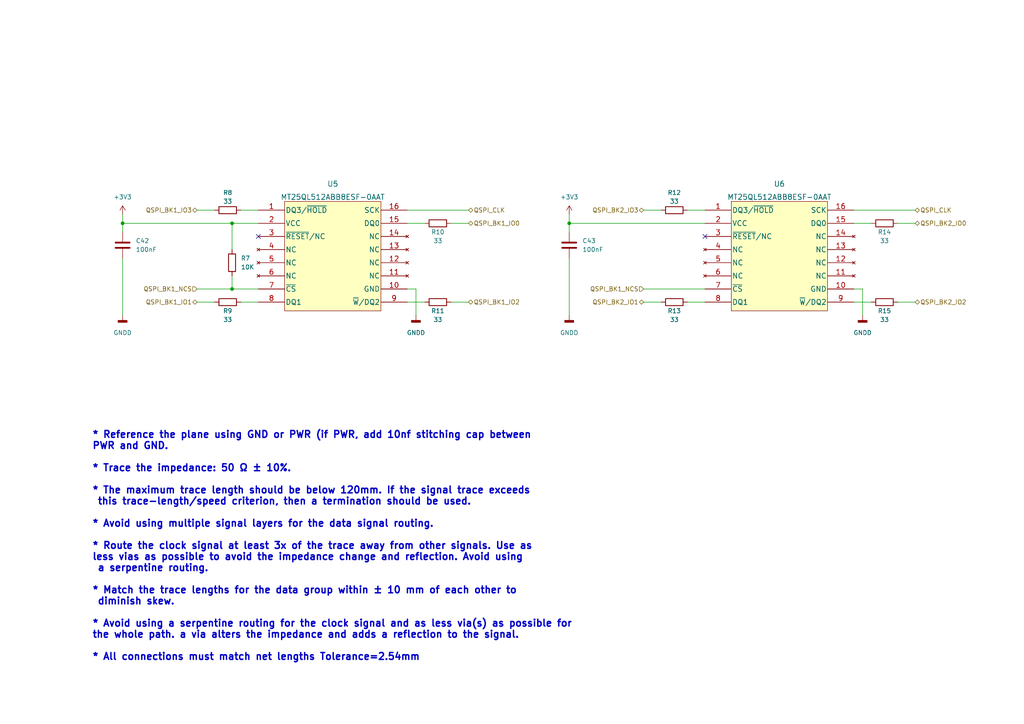
<source format=kicad_sch>
(kicad_sch (version 20211123) (generator eeschema)
  (paper "A4")
  (title_block (title "Flash") (date "2022-09-27") (rev "Rev. 1") (company "HardGFX") (comment 1 "Esp. Eng. Sciarrone, Hanes Nahuel") (comment 2 "Master in embedded systems") (comment 3 "UBA - Facultad de Ingeniería"))
  (lib_symbols
    (symbol "Device:C" (pin_numbers hide) (pin_names (offset 0.254))
      (property "Reference" "C" (at 0.635 2.54 0))
      (property "Value" "C" (at 0.635 -2.54 0))
      (symbol "C_0_1"
        (polyline (pts (xy -2.032 -0.762) (xy 2.032 -0.762)) (stroke (width 0.508)))
        (polyline (pts (xy -2.032 0.762) (xy 2.032 0.762)) (stroke (width 0.508)))
      )
      (symbol "C_1_1"
        (pin passive line (at 0 3.81 270) (length 2.794) (name "~") (number "1"))
        (pin passive line (at 0 -3.81 90) (length 2.794) (name "~") (number "2"))
      )
    )
    (symbol "Device:R" (pin_numbers hide) (pin_names (offset 0))
      (property "Reference" "R" (at 2.032 0 90))
      (property "Value" "R" (at 0 0 90))
      (symbol "R_0_1"
        (rectangle (start -1.016 -2.54) (end 1.016 2.54) (stroke (width 0.254)))
      )
      (symbol "R_1_1"
        (pin passive line (at 0 3.81 270) (length 1.27) (name "~") (number "1"))
        (pin passive line (at 0 -3.81 90) (length 1.27) (name "~") (number "2"))
      )
    )
    (symbol "MT25QL512ABB:MT25QL512ABB8ESF-0AAT" (pin_names (offset 0.254))
      (property "Reference" "U" (at 27.94 10.16 0))
      (property "Value" "MT25QL512ABB8ESF-0AAT" (at 27.94 7.62 0))
      (symbol "MT25QL512ABB8ESF-0AAT_1_1"
        (polyline (pts (xy 13.97 2.54) (xy 41.91 2.54) (xy 41.91 -29.21) (xy 13.97 -29.21) (xy 13.97 2.54)) (fill (type background)))
        (pin bidirectional line (at 6.35 0 0) (length 7.62) (name "DQ3/~{HOLD}") (number "1"))
        (pin power_in line (at 49.53 -22.86 180) (length 7.62) (name "GND") (number "10"))
        (pin no_connect line (at 49.53 -19.05 180) (length 7.62) (name "NC") (number "11"))
        (pin no_connect line (at 49.53 -15.24 180) (length 7.62) (name "NC") (number "12"))
        (pin no_connect line (at 49.53 -11.43 180) (length 7.62) (name "NC") (number "13"))
        (pin no_connect line (at 49.53 -7.62 180) (length 7.62) (name "NC") (number "14"))
        (pin bidirectional line (at 49.53 -3.81 180) (length 7.62) (name "DQ0") (number "15"))
        (pin input line (at 49.53 0 180) (length 7.62) (name "SCK") (number "16"))
        (pin power_in line (at 6.35 -3.81 0) (length 7.62) (name "VCC") (number "2"))
        (pin input line (at 6.35 -7.62 0) (length 7.62) (name "~{RESET}/NC") (number "3"))
        (pin no_connect line (at 6.35 -11.43 0) (length 7.62) (name "NC") (number "4"))
        (pin no_connect line (at 6.35 -15.24 0) (length 7.62) (name "NC") (number "5"))
        (pin no_connect line (at 6.35 -19.05 0) (length 7.62) (name "NC") (number "6"))
        (pin input line (at 6.35 -22.86 0) (length 7.62) (name "~{CS}") (number "7"))
        (pin bidirectional line (at 6.35 -26.67 0) (length 7.62) (name "DQ1") (number "8"))
        (pin bidirectional line (at 49.53 -26.67 180) (length 7.62) (name "~{W}/DQ2") (number "9"))
      )
    )
    (symbol "power:+3V3" (power) (pin_names (offset 0))
      (property "Value" "+3V3" (at 0 3.556 0))
      (symbol "+3V3_0_1"
        (polyline (pts (xy -0.762 1.27) (xy 0 2.54)))
        (polyline (pts (xy 0 0) (xy 0 2.54)))
        (polyline (pts (xy 0 2.54) (xy 0.762 1.27)))
      )
      (symbol "+3V3_1_1"
        (pin power_in line (at 0 0 90) (length 0) hide (name "+3V3") (number "1"))
      )
    )
    (symbol "power:GNDD" (power) (pin_names (offset 0))
      (property "Value" "GNDD" (at 0 -3.175 0))
      (symbol "GNDD_0_1"
        (rectangle (start -1.27 -1.524) (end 1.27 -2.032) (stroke (width 0.254)) (fill (type outline)))
        (polyline (pts (xy 0 0) (xy 0 -1.524)))
      )
      (symbol "GNDD_1_1"
        (pin power_in line (at 0 0 270) (length 0) hide (name "GNDD") (number "1"))
      )
    )
  )
  (junction (at 67.31 64.77))
  (junction (at 67.31 83.82))
  (junction (at 165.1 64.77))
  (junction (at 35.56 64.77))
  (no_connect (at 204.47 68.58))
  (no_connect (at 74.93 68.58))
  (wire (pts (xy 67.31 64.77) (xy 67.31 72.39)))
  (wire (pts (xy 35.56 64.77) (xy 67.31 64.77)))
  (wire (pts (xy 186.69 60.96) (xy 191.77 60.96)))
  (wire (pts (xy 199.39 87.63) (xy 204.47 87.63)))
  (wire (pts (xy 69.85 60.96) (xy 74.93 60.96)))
  (wire (pts (xy 247.65 87.63) (xy 252.73 87.63)))
  (wire (pts (xy 35.56 74.93) (xy 35.56 91.44)))
  (wire (pts (xy 260.35 64.77) (xy 265.43 64.77)))
  (wire (pts (xy 69.85 87.63) (xy 74.93 87.63)))
  (wire (pts (xy 165.1 74.93) (xy 165.1 91.44)))
  (wire (pts (xy 247.65 60.96) (xy 265.43 60.96)))
  (wire (pts (xy 130.81 64.77) (xy 135.89 64.77)))
  (wire (pts (xy 57.15 83.82) (xy 67.31 83.82)))
  (wire (pts (xy 57.15 87.63) (xy 62.23 87.63)))
  (wire (pts (xy 250.19 83.82) (xy 250.19 91.44)))
  (wire (pts (xy 165.1 64.77) (xy 165.1 62.23)))
  (wire (pts (xy 118.11 87.63) (xy 123.19 87.63)))
  (wire (pts (xy 186.69 83.82) (xy 204.47 83.82)))
  (wire (pts (xy 67.31 64.77) (xy 74.93 64.77)))
  (wire (pts (xy 199.39 60.96) (xy 204.47 60.96)))
  (wire (pts (xy 67.31 80.01) (xy 67.31 83.82)))
  (wire (pts (xy 260.35 87.63) (xy 265.43 87.63)))
  (wire (pts (xy 67.31 83.82) (xy 74.93 83.82)))
  (wire (pts (xy 57.15 60.96) (xy 62.23 60.96)))
  (wire (pts (xy 165.1 64.77) (xy 165.1 67.31)))
  (wire (pts (xy 247.65 64.77) (xy 252.73 64.77)))
  (wire (pts (xy 247.65 83.82) (xy 250.19 83.82)))
  (wire (pts (xy 120.65 83.82) (xy 120.65 91.44)))
  (wire (pts (xy 118.11 64.77) (xy 123.19 64.77)))
  (wire (pts (xy 118.11 60.96) (xy 135.89 60.96)))
  (wire (pts (xy 186.69 87.63) (xy 191.77 87.63)))
  (wire (pts (xy 130.81 87.63) (xy 135.89 87.63)))
  (wire (pts (xy 204.47 64.77) (xy 165.1 64.77)))
  (wire (pts (xy 35.56 64.77) (xy 35.56 67.31)))
  (wire (pts (xy 118.11 83.82) (xy 120.65 83.82)))
  (wire (pts (xy 35.56 62.23) (xy 35.56 64.77)))
  (text "* Reference the plane using GND or PWR (if PWR, add 10nf stitching cap between \nPWR and GND.\n\n* Trace the impedance: 50 Ω ± 10%.\n\n* The maximum trace length should be below 120mm. If the signal trace exceeds\n this trace-length/speed criterion, then a termination should be used.\n\n* Avoid using multiple signal layers for the data signal routing.\n\n* Route the clock signal at least 3x of the trace away from other signals. Use as \nless vias as possible to avoid the impedance change and reflection. Avoid using\n a serpentine routing.\n\n* Match the trace lengths for the data group within ± 10 mm of each other to\n diminish skew.\n\n* Avoid using a serpentine routing for the clock signal and as less via(s) as possible for\nthe whole path. a via alters the impedance and adds a reflection to the signal.\n\n* All connections must match net lengths Tolerance=2.54mm" (at 26.67 191.77 0) (effects (font (size 2 2) (thickness 0.4) bold) (justify left bottom)))
  (hierarchical_label "QSPI_BK2_IO2" (shape bidirectional) (at 265.43 87.63 0))
  (hierarchical_label "QSPI_BK1_IO2" (shape bidirectional) (at 135.89 87.63 0))
  (hierarchical_label "QSPI_BK2_IO1" (shape bidirectional) (at 186.69 87.63 180))
  (hierarchical_label "QSPI_BK2_IO0" (shape bidirectional) (at 265.43 64.77 0))
  (hierarchical_label "QSPI_CLK" (shape bidirectional) (at 135.89 60.96 0))
  (hierarchical_label "QSPI_BK2_IO3" (shape bidirectional) (at 186.69 60.96 180))
  (hierarchical_label "QSPI_BK1_IO3" (shape bidirectional) (at 57.15 60.96 180))
  (hierarchical_label "QSPI_CLK" (shape bidirectional) (at 265.43 60.96 0))
  (hierarchical_label "QSPI_BK1_NCS" (shape input) (at 57.15 83.82 180))
  (hierarchical_label "QSPI_BK1_IO0" (shape bidirectional) (at 135.89 64.77 0))
  (hierarchical_label "QSPI_BK1_IO1" (shape bidirectional) (at 57.15 87.63 180))
  (hierarchical_label "QSPI_BK1_NCS" (shape input) (at 186.69 83.82 180))
  (symbol (lib_id "power:GNDD") (at 250.19 91.44 0) (unit 1)
    (property "Reference" "#PWR038" (effects hide))
    (property "Value" "GNDD" (at 250.19 96.52 0))
  )
  (symbol (lib_id "power:+3V3") (at 35.56 62.23 0) (unit 1)
    (property "Reference" "#PWR033" (effects hide))
    (property "Value" "+3V3" (at 35.56 57.15 0))
  )
  (symbol (lib_id "power:GNDD") (at 120.65 91.44 0) (unit 1)
    (property "Reference" "#PWR035" (effects hide))
    (property "Value" "GNDD" (at 120.65 96.52 0))
  )
  (symbol (lib_id "Device:C") (at 165.1 71.12 0) (unit 1)
    (property "Reference" "C43" (at 168.91 69.8499 0) (effects (justify left)))
    (property "Value" "100nF" (at 168.91 72.3899 0) (effects (justify left)))
    (property "Footprint" "Capacitor_SMD:C_0603_1608Metric_Pad1.08x0.95mm_HandSolder" (effects hide))
    (property "Datasheet" "https://www.yageo.com/upload/media/product/productsearch/datasheet/mlcc/UPY-GPHC_X7R_6.3V-to-50V_20.pdf" (effects hide))
    (property "MANUFACTURER" "YAGEO" (effects hide))
    (property "digikey#" "311-1088-1-ND" (effects hide))
    (property "manf#" "CC0603KRX7R7BB104" (effects hide))
    (property "mouser#" "603-CC603KRX7R7BB104" (effects hide))
  )
  (symbol (lib_id "Device:R") (at 127 87.63 90) (unit 1)
    (property "Reference" "R11" (at 127 90.17 90))
    (property "Value" "33" (at 127 92.71 90))
    (property "Footprint" "Resistor_SMD:R_0603_1608Metric_Pad0.98x0.95mm_HandSolder" (effects hide))
    (property "Datasheet" "https://www.yageo.com/upload/media/product/productsearch/datasheet/rchip/PYu-RC_Group_51_RoHS_L_12.pdf" (effects hide))
    (property "MANUFACTURER" "YAGEO" (effects hide))
    (property "digikey#" "311-33.0HRCT-ND" (effects hide))
    (property "manf#" "RC0603FR-0733RL" (effects hide))
    (property "mouser#" "603-RC0603FR-0733RL" (effects hide))
  )
  (symbol (lib_id "power:GNDD") (at 35.56 91.44 0) (unit 1)
    (property "Reference" "#PWR034" (effects hide))
    (property "Value" "GNDD" (at 35.56 96.52 0))
  )
  (symbol (lib_id "MT25QL512ABB:MT25QL512ABB8ESF-0AAT") (at 198.12 60.96 0) (unit 1)
    (property "Reference" "U6" (at 226.06 53.34 0) (effects (font (size 1.524 1.524))))
    (property "Value" "MT25QL512ABB8ESF-0AAT" (at 226.06 57.15 0) (effects (font (size 1.524 1.524))))
    (property "Footprint" "Package_SO:SOIC-16W_7.5x10.3mm_P1.27mm" (effects hide))
    (property "Datasheet" "https://media-www.micron.com/-/media/client/global/documents/products/data-sheet/nor-flash/serial-nor/mt25q/die-rev-b/mt25q_qlkt_l_512_abb_0.pdf" (effects hide))
    (property "MANUFACTURER" "Micron" (effects hide))
    (property "manf#" "MT25QL512ABB8ESF-0AAT" (effects hide))
    (property "digikey#" "MT25QL512ABB8ESF-0AAT-ND" (effects hide))
    (property "mouser#" "340-285789-TRAY" (effects hide))
  )
  (symbol (lib_id "MT25QL512ABB:MT25QL512ABB8ESF-0AAT") (at 68.58 60.96 0) (unit 1)
    (property "Reference" "U5" (at 96.52 53.34 0) (effects (font (size 1.524 1.524))))
    (property "Value" "MT25QL512ABB8ESF-0AAT" (at 96.52 57.15 0) (effects (font (size 1.524 1.524))))
    (property "Footprint" "Package_SO:SOIC-16W_7.5x10.3mm_P1.27mm" (effects hide))
    (property "Datasheet" "https://media-www.micron.com/-/media/client/global/documents/products/data-sheet/nor-flash/serial-nor/mt25q/die-rev-b/mt25q_qlkt_l_512_abb_0.pdf" (effects hide))
    (property "MANUFACTURER" "Micron" (effects hide))
    (property "manf#" "MT25QL512ABB8ESF-0AAT" (effects hide))
    (property "digikey#" "MT25QL512ABB8ESF-0AAT-ND" (effects hide))
    (property "mouser#" "340-285789-TRAY" (effects hide))
  )
  (symbol (lib_id "Device:R") (at 66.04 87.63 90) (unit 1)
    (property "Reference" "R9" (at 66.04 90.17 90))
    (property "Value" "33" (at 66.04 92.71 90))
    (property "Footprint" "Resistor_SMD:R_0603_1608Metric_Pad0.98x0.95mm_HandSolder" (effects hide))
    (property "Datasheet" "https://www.yageo.com/upload/media/product/productsearch/datasheet/rchip/PYu-RC_Group_51_RoHS_L_12.pdf" (effects hide))
    (property "MANUFACTURER" "YAGEO" (effects hide))
    (property "digikey#" "311-33.0HRCT-ND" (effects hide))
    (property "manf#" "RC0603FR-0733RL" (effects hide))
    (property "mouser#" "603-RC0603FR-0733RL" (effects hide))
  )
  (symbol (lib_id "Device:R") (at 67.31 76.2 0) (unit 1)
    (property "Reference" "R7" (at 69.85 74.9299 0) (effects (justify left)))
    (property "Value" "10K" (at 69.85 77.4699 0) (effects (justify left)))
    (property "Footprint" "Resistor_SMD:R_0603_1608Metric_Pad0.98x0.95mm_HandSolder" (effects hide))
    (property "Datasheet" "https://www.yageo.com/upload/media/product/productsearch/datasheet/rchip/PYu-RC_Group_51_RoHS_L_12.pdf" (effects hide))
    (property "MANUFACTURER" "YAGEO" (effects hide))
    (property "digikey#" "311-10.0KHRCT-ND" (effects hide))
    (property "manf#" "RC0603FR-0710KL" (effects hide))
    (property "mouser#" "603-RC0603FR-0710KL" (effects hide))
  )
  (symbol (lib_id "power:GNDD") (at 165.1 91.44 0) (unit 1)
    (property "Reference" "#PWR036" (effects hide))
    (property "Value" "GNDD" (at 165.1 96.52 0))
  )
  (symbol (lib_id "Device:R") (at 195.58 60.96 90) (unit 1)
    (property "Reference" "R12" (at 195.58 55.88 90))
    (property "Value" "33" (at 195.58 58.42 90))
    (property "Footprint" "Resistor_SMD:R_0603_1608Metric_Pad0.98x0.95mm_HandSolder" (effects hide))
    (property "Datasheet" "https://www.yageo.com/upload/media/product/productsearch/datasheet/rchip/PYu-RC_Group_51_RoHS_L_12.pdf" (effects hide))
    (property "MANUFACTURER" "YAGEO" (effects hide))
    (property "digikey#" "311-33.0HRCT-ND" (effects hide))
    (property "manf#" "RC0603FR-0733RL" (effects hide))
    (property "mouser#" "603-RC0603FR-0733RL" (effects hide))
  )
  (symbol (lib_id "power:+3V3") (at 165.1 62.23 0) (unit 1)
    (property "Reference" "#PWR037" (effects hide))
    (property "Value" "+3V3" (at 165.1 57.15 0))
  )
  (symbol (lib_id "Device:R") (at 66.04 60.96 90) (unit 1)
    (property "Reference" "R8" (at 66.04 55.88 90))
    (property "Value" "33" (at 66.04 58.42 90))
    (property "Footprint" "Resistor_SMD:R_0603_1608Metric_Pad0.98x0.95mm_HandSolder" (effects hide))
    (property "Datasheet" "https://www.yageo.com/upload/media/product/productsearch/datasheet/rchip/PYu-RC_Group_51_RoHS_L_12.pdf" (effects hide))
    (property "MANUFACTURER" "YAGEO" (effects hide))
    (property "digikey#" "311-33.0HRCT-ND" (effects hide))
    (property "manf#" "RC0603FR-0733RL" (effects hide))
    (property "mouser#" "603-RC0603FR-0733RL" (effects hide))
  )
  (symbol (lib_id "Device:C") (at 35.56 71.12 0) (unit 1)
    (property "Reference" "C42" (at 39.37 69.8499 0) (effects (justify left)))
    (property "Value" "100nF" (at 39.37 72.3899 0) (effects (justify left)))
    (property "Footprint" "Capacitor_SMD:C_0603_1608Metric_Pad1.08x0.95mm_HandSolder" (effects hide))
    (property "Datasheet" "https://www.yageo.com/upload/media/product/productsearch/datasheet/mlcc/UPY-GPHC_X7R_6.3V-to-50V_20.pdf" (effects hide))
    (property "MANUFACTURER" "YAGEO" (effects hide))
    (property "digikey#" "311-1088-1-ND" (effects hide))
    (property "manf#" "CC0603KRX7R7BB104" (effects hide))
    (property "mouser#" "603-CC603KRX7R7BB104" (effects hide))
  )
  (symbol (lib_id "Device:R") (at 195.58 87.63 90) (unit 1)
    (property "Reference" "R13" (at 195.58 90.17 90))
    (property "Value" "33" (at 195.58 92.71 90))
    (property "Footprint" "Resistor_SMD:R_0603_1608Metric_Pad0.98x0.95mm_HandSolder" (effects hide))
    (property "Datasheet" "https://www.yageo.com/upload/media/product/productsearch/datasheet/rchip/PYu-RC_Group_51_RoHS_L_12.pdf" (effects hide))
    (property "MANUFACTURER" "YAGEO" (effects hide))
    (property "digikey#" "311-33.0HRCT-ND" (effects hide))
    (property "manf#" "RC0603FR-0733RL" (effects hide))
    (property "mouser#" "603-RC0603FR-0733RL" (effects hide))
  )
  (symbol (lib_id "Device:R") (at 127 64.77 90) (unit 1)
    (property "Reference" "R10" (at 127 67.31 90))
    (property "Value" "33" (at 127 69.85 90))
    (property "Footprint" "Resistor_SMD:R_0603_1608Metric_Pad0.98x0.95mm_HandSolder" (effects hide))
    (property "Datasheet" "https://www.yageo.com/upload/media/product/productsearch/datasheet/rchip/PYu-RC_Group_51_RoHS_L_12.pdf" (effects hide))
    (property "MANUFACTURER" "YAGEO" (effects hide))
    (property "digikey#" "311-33.0HRCT-ND" (effects hide))
    (property "manf#" "RC0603FR-0733RL" (effects hide))
    (property "mouser#" "603-RC0603FR-0733RL" (effects hide))
  )
  (symbol (lib_id "Device:R") (at 256.54 87.63 90) (unit 1)
    (property "Reference" "R15" (at 256.54 90.17 90))
    (property "Value" "33" (at 256.54 92.71 90))
    (property "Footprint" "Resistor_SMD:R_0603_1608Metric_Pad0.98x0.95mm_HandSolder" (effects hide))
    (property "Datasheet" "https://www.yageo.com/upload/media/product/productsearch/datasheet/rchip/PYu-RC_Group_51_RoHS_L_12.pdf" (effects hide))
    (property "MANUFACTURER" "YAGEO" (effects hide))
    (property "digikey#" "311-33.0HRCT-ND" (effects hide))
    (property "manf#" "RC0603FR-0733RL" (effects hide))
    (property "mouser#" "603-RC0603FR-0733RL" (effects hide))
  )
  (symbol (lib_id "Device:R") (at 256.54 64.77 90) (unit 1)
    (property "Reference" "R14" (at 256.54 67.31 90))
    (property "Value" "33" (at 256.54 69.85 90))
    (property "Footprint" "Resistor_SMD:R_0603_1608Metric_Pad0.98x0.95mm_HandSolder" (effects hide))
    (property "Datasheet" "https://www.yageo.com/upload/media/product/productsearch/datasheet/rchip/PYu-RC_Group_51_RoHS_L_12.pdf" (effects hide))
    (property "MANUFACTURER" "YAGEO" (effects hide))
    (property "digikey#" "311-33.0HRCT-ND" (effects hide))
    (property "manf#" "RC0603FR-0733RL" (effects hide))
    (property "mouser#" "603-RC0603FR-0733RL" (effects hide))
  )
)
</source>
